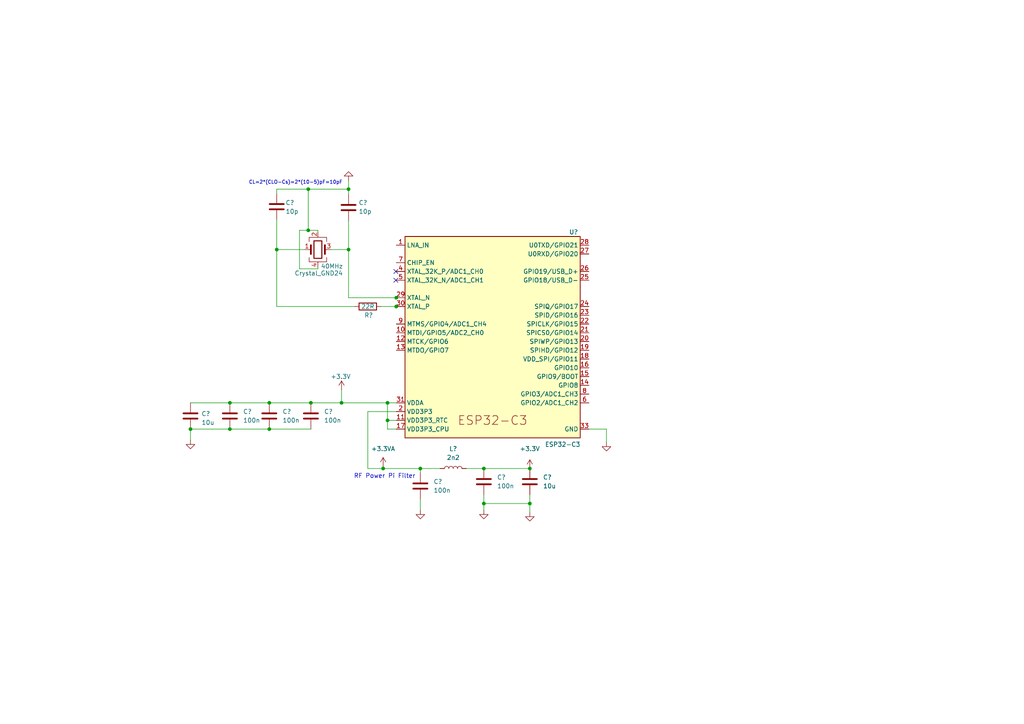
<source format=kicad_sch>
(kicad_sch (version 20211123) (generator eeschema)
  (paper "A4")
  (lib_symbols
    (symbol "Device:C" (pin_numbers hide) (pin_names (offset 0.254))
      (property "Reference" "C" (at 0.635 2.54 0))
      (property "Value" "C" (at 0.635 -2.54 0))
      (symbol "C_0_1"
        (polyline (pts (xy -2.032 -0.762) (xy 2.032 -0.762)) (stroke (width 0.508)))
        (polyline (pts (xy -2.032 0.762) (xy 2.032 0.762)) (stroke (width 0.508)))
      )
      (symbol "C_1_1"
        (pin passive line (at 0 3.81 270) (length 2.794) (name "~") (number "1"))
        (pin passive line (at 0 -3.81 90) (length 2.794) (name "~") (number "2"))
      )
    )
    (symbol "Device:Crystal_GND24" (pin_names (offset 1.016) hide)
      (property "Reference" "Y" (at 3.175 5.08 0))
      (property "Value" "Crystal_GND24" (at 3.175 3.175 0))
      (symbol "Crystal_GND24_0_1"
        (rectangle (start -1.143 2.54) (end 1.143 -2.54) (stroke (width 0.3048)))
        (polyline (pts (xy -2.54 0) (xy -2.032 0)))
        (polyline (pts (xy -2.032 -1.27) (xy -2.032 1.27)) (stroke (width 0.508)))
        (polyline (pts (xy 0 -3.81) (xy 0 -3.556)))
        (polyline (pts (xy 0 3.556) (xy 0 3.81)))
        (polyline (pts (xy 2.032 -1.27) (xy 2.032 1.27)) (stroke (width 0.508)))
        (polyline (pts (xy 2.032 0) (xy 2.54 0)))
        (polyline (pts (xy -2.54 -2.286) (xy -2.54 -3.556) (xy 2.54 -3.556) (xy 2.54 -2.286)))
        (polyline (pts (xy -2.54 2.286) (xy -2.54 3.556) (xy 2.54 3.556) (xy 2.54 2.286)))
      )
      (symbol "Crystal_GND24_1_1"
        (pin passive line (at -3.81 0 0) (length 1.27) (name "1") (number "1"))
        (pin passive line (at 0 5.08 270) (length 1.27) (name "2") (number "2"))
        (pin passive line (at 3.81 0 180) (length 1.27) (name "3") (number "3"))
        (pin passive line (at 0 -5.08 90) (length 1.27) (name "4") (number "4"))
      )
    )
    (symbol "Device:L" (pin_numbers hide) (pin_names (offset 1.016) hide)
      (property "Reference" "L" (at -1.27 0 90))
      (property "Value" "L" (at 1.905 0 90))
      (symbol "L_0_1"
        (arc (start 0 -2.54) (mid 0.635 -1.905) (end 0 -1.27))
        (arc (start 0 -1.27) (mid 0.635 -0.635) (end 0 0))
        (arc (start 0 0) (mid 0.635 0.635) (end 0 1.27))
        (arc (start 0 1.27) (mid 0.635 1.905) (end 0 2.54))
      )
      (symbol "L_1_1"
        (pin passive line (at 0 3.81 270) (length 1.27) (name "1") (number "1"))
        (pin passive line (at 0 -3.81 90) (length 1.27) (name "2") (number "2"))
      )
    )
    (symbol "Device:R" (pin_numbers hide) (pin_names (offset 0))
      (property "Reference" "R" (at 2.032 0 90))
      (property "Value" "R" (at 0 0 90))
      (symbol "R_0_1"
        (rectangle (start -1.016 -2.54) (end 1.016 2.54) (stroke (width 0.254)))
      )
      (symbol "R_1_1"
        (pin passive line (at 0 3.81 270) (length 1.27) (name "~") (number "1"))
        (pin passive line (at 0 -3.81 90) (length 1.27) (name "~") (number "2"))
      )
    )
    (symbol "Espressif:ESP32-C3"
      (property "Reference" "U" (at -25.4 35.56 0))
      (property "Value" "ESP32-C3" (at -25.4 33.02 0))
      (symbol "ESP32-C3_0_0"
        (text "ESP32-C3" (at 0 -22.86 0) (effects (font (size 2.54 2.54))))
        (pin bidirectional line (at -27.94 27.94 0) (length 2.54) (name "LNA_IN") (number "1"))
        (pin bidirectional line (at -27.94 2.54 0) (length 2.54) (name "MTDI/GPIO5/ADC2_CH0") (number "10"))
        (pin power_in line (at -27.94 -22.86 0) (length 2.54) (name "VDD3P3_RTC") (number "11"))
        (pin bidirectional line (at -27.94 0 0) (length 2.54) (name "MTCK/GPIO6") (number "12"))
        (pin bidirectional line (at -27.94 -2.54 0) (length 2.54) (name "MTDO/GPIO7") (number "13"))
        (pin bidirectional line (at 27.94 -12.7 180) (length 2.54) (name "GPIO8") (number "14"))
        (pin bidirectional line (at 27.94 -10.16 180) (length 2.54) (name "GPIO9/BOOT") (number "15"))
        (pin bidirectional line (at 27.94 -7.62 180) (length 2.54) (name "GPIO10") (number "16"))
        (pin power_in line (at -27.94 -25.4 0) (length 2.54) (name "VDD3P3_CPU") (number "17"))
        (pin bidirectional line (at 27.94 -5.08 180) (length 2.54) (name "VDD_SPI/GPIO11") (number "18"))
        (pin bidirectional line (at 27.94 -2.54 180) (length 2.54) (name "SPIHD/GPIO12") (number "19"))
        (pin power_in line (at -27.94 -20.32 0) (length 2.54) (name "VDD3P3") (number "2"))
        (pin bidirectional line (at 27.94 0 180) (length 2.54) (name "SPIWP/GPIO13") (number "20"))
        (pin bidirectional line (at 27.94 2.54 180) (length 2.54) (name "SPICS0/GPIO14") (number "21"))
        (pin bidirectional line (at 27.94 5.08 180) (length 2.54) (name "SPICLK/GPIO15") (number "22"))
        (pin bidirectional line (at 27.94 7.62 180) (length 2.54) (name "SPID/GPIO16") (number "23"))
        (pin bidirectional line (at 27.94 10.16 180) (length 2.54) (name "SPIQ/GPIO17") (number "24"))
        (pin bidirectional line (at 27.94 17.78 180) (length 2.54) (name "GPIO18/USB_D-") (number "25"))
        (pin bidirectional line (at 27.94 20.32 180) (length 2.54) (name "GPIO19/USB_D+") (number "26"))
        (pin bidirectional line (at 27.94 25.4 180) (length 2.54) (name "U0RXD/GPIO20") (number "27"))
        (pin bidirectional line (at 27.94 27.94 180) (length 2.54) (name "U0TXD/GPIO21") (number "28"))
        (pin output line (at -27.94 12.7 0) (length 2.54) (name "XTAL_N") (number "29"))
        (pin input line (at -27.94 10.16 0) (length 2.54) (name "XTAL_P") (number "30"))
        (pin power_in line (at -27.94 -17.78 0) (length 2.54) (name "VDDA") (number "31"))
        (pin power_in line (at 27.94 -25.4 180) (length 2.54) (name "GND") (number "33"))
        (pin output line (at -27.94 20.32 0) (length 2.54) (name "XTAL_32K_P/ADC1_CH0") (number "4"))
        (pin input line (at -27.94 17.78 0) (length 2.54) (name "XTAL_32K_N/ADC1_CH1") (number "5"))
        (pin bidirectional line (at 27.94 -17.78 180) (length 2.54) (name "GPIO2/ADC1_CH2") (number "6"))
        (pin input line (at -27.94 22.86 0) (length 2.54) (name "CHIP_EN") (number "7"))
        (pin bidirectional line (at 27.94 -15.24 180) (length 2.54) (name "GPIO3/ADC1_CH3") (number "8"))
        (pin bidirectional line (at -27.94 5.08 0) (length 2.54) (name "MTMS/GPIO4/ADC1_CH4") (number "9"))
      )
      (symbol "ESP32-C3_0_1"
        (rectangle (start -25.4 30.48) (end 25.4 -27.94) (stroke (width 0.254)) (fill (type background)))
        (pin passive line (at -27.94 -20.32 0) (length 2.54) hide (name "VDD3P3") (number "3"))
        (pin passive line (at -27.94 -17.78 0) (length 2.54) hide (name "VDDA") (number "32"))
      )
    )
    (symbol "power:+3.3V" (power) (pin_names (offset 0))
      (property "Value" "+3.3V" (at 0 3.556 0))
      (symbol "+3.3V_0_1"
        (polyline (pts (xy -0.762 1.27) (xy 0 2.54)))
        (polyline (pts (xy 0 0) (xy 0 2.54)))
        (polyline (pts (xy 0 2.54) (xy 0.762 1.27)))
      )
      (symbol "+3.3V_1_1"
        (pin power_in line (at 0 0 90) (length 0) hide (name "+3.3V") (number "1"))
      )
    )
    (symbol "power:+3.3VA" (power) (pin_names (offset 0))
      (property "Value" "+3.3VA" (at 0 3.556 0))
      (symbol "+3.3VA_0_1"
        (polyline (pts (xy -0.762 1.27) (xy 0 2.54)))
        (polyline (pts (xy 0 0) (xy 0 2.54)))
        (polyline (pts (xy 0 2.54) (xy 0.762 1.27)))
      )
      (symbol "+3.3VA_1_1"
        (pin power_in line (at 0 0 90) (length 0) hide (name "+3.3VA") (number "1"))
      )
    )
    (symbol "power:GND" (power) (pin_names (offset 0))
      (property "Value" "GND" (at 0 -3.81 0))
      (symbol "GND_0_1"
        (polyline (pts (xy 0 0) (xy 0 -1.27) (xy 1.27 -1.27) (xy 0 -2.54) (xy -1.27 -1.27) (xy 0 -1.27)))
      )
      (symbol "GND_1_1"
        (pin power_in line (at 0 0 270) (length 0) hide (name "GND") (number "1"))
      )
    )
  )
  (junction (at 80.264 72.39))
  (junction (at 153.67 135.89))
  (junction (at 153.67 146.05))
  (junction (at 112.395 121.92))
  (junction (at 114.935 88.9))
  (junction (at 89.408 54.864))
  (junction (at 55.245 124.46))
  (junction (at 66.675 124.46))
  (junction (at 101.092 72.39))
  (junction (at 78.105 116.84))
  (junction (at 89.408 66.802))
  (junction (at 140.335 146.05))
  (junction (at 112.395 116.84))
  (junction (at 121.92 135.89))
  (junction (at 114.935 86.36))
  (junction (at 111.125 135.89))
  (junction (at 66.675 116.84))
  (junction (at 78.105 124.46))
  (junction (at 99.06 116.84))
  (junction (at 90.17 116.84))
  (junction (at 101.092 54.864))
  (junction (at 140.335 135.89))
  (no_connect (at 114.808 78.74))
  (no_connect (at 114.808 81.28))
  (wire (pts (xy 114.935 88.9) (xy 110.49 88.9)))
  (wire (pts (xy 90.17 116.84) (xy 99.06 116.84)))
  (wire (pts (xy 112.395 121.92) (xy 112.395 124.46)))
  (wire (pts (xy 170.815 124.46) (xy 175.895 124.46)))
  (wire (pts (xy 115.062 88.9) (xy 114.935 88.9)))
  (wire (pts (xy 80.264 72.39) (xy 88.392 72.39)))
  (wire (pts (xy 114.935 86.36) (xy 101.092 86.36)))
  (wire (pts (xy 80.264 63.754) (xy 80.264 72.39)))
  (wire (pts (xy 153.67 135.89) (xy 140.335 135.89)))
  (wire (pts (xy 99.06 116.84) (xy 99.06 113.03)))
  (wire (pts (xy 80.264 54.864) (xy 89.408 54.864)))
  (wire (pts (xy 106.68 119.38) (xy 106.68 135.89)))
  (wire (pts (xy 90.17 116.84) (xy 78.105 116.84)))
  (wire (pts (xy 66.675 124.46) (xy 55.245 124.46)))
  (wire (pts (xy 114.935 116.84) (xy 112.395 116.84)))
  (wire (pts (xy 140.335 143.51) (xy 140.335 146.05)))
  (wire (pts (xy 111.125 135.89) (xy 121.92 135.89)))
  (wire (pts (xy 101.092 54.864) (xy 101.092 56.388)))
  (wire (pts (xy 86.868 66.802) (xy 86.868 77.978)))
  (wire (pts (xy 114.935 119.38) (xy 106.68 119.38)))
  (wire (pts (xy 92.202 77.978) (xy 92.202 77.47)))
  (wire (pts (xy 140.335 135.89) (xy 135.255 135.89)))
  (wire (pts (xy 153.67 146.05) (xy 153.67 148.59)))
  (wire (pts (xy 121.92 135.89) (xy 121.92 137.16)))
  (wire (pts (xy 106.68 135.89) (xy 111.125 135.89)))
  (wire (pts (xy 86.868 77.978) (xy 92.202 77.978)))
  (wire (pts (xy 101.092 72.39) (xy 101.092 86.36)))
  (wire (pts (xy 102.87 88.9) (xy 80.264 88.9)))
  (wire (pts (xy 115.062 86.36) (xy 114.935 86.36)))
  (wire (pts (xy 89.408 66.802) (xy 89.408 54.864)))
  (wire (pts (xy 92.202 66.802) (xy 89.408 66.802)))
  (wire (pts (xy 121.92 144.78) (xy 121.92 147.955)))
  (wire (pts (xy 89.408 66.802) (xy 86.868 66.802)))
  (wire (pts (xy 78.105 124.46) (xy 66.675 124.46)))
  (wire (pts (xy 89.408 54.864) (xy 101.092 54.864)))
  (wire (pts (xy 153.67 143.51) (xy 153.67 146.05)))
  (wire (pts (xy 80.264 72.39) (xy 80.264 88.9)))
  (wire (pts (xy 92.202 66.802) (xy 92.202 67.31)))
  (wire (pts (xy 80.264 56.134) (xy 80.264 54.864)))
  (wire (pts (xy 114.935 121.92) (xy 112.395 121.92)))
  (wire (pts (xy 121.92 135.89) (xy 127.635 135.89)))
  (wire (pts (xy 112.395 124.46) (xy 114.935 124.46)))
  (wire (pts (xy 55.245 116.84) (xy 66.675 116.84)))
  (wire (pts (xy 66.675 116.84) (xy 78.105 116.84)))
  (wire (pts (xy 90.17 124.46) (xy 78.105 124.46)))
  (wire (pts (xy 153.67 146.05) (xy 140.335 146.05)))
  (wire (pts (xy 101.092 64.008) (xy 101.092 72.39)))
  (wire (pts (xy 55.245 124.46) (xy 55.245 127.635)))
  (wire (pts (xy 111.125 135.89) (xy 111.125 135.255)))
  (wire (pts (xy 140.335 146.05) (xy 140.335 147.955)))
  (wire (pts (xy 175.895 124.46) (xy 175.895 128.27)))
  (wire (pts (xy 112.395 116.84) (xy 99.06 116.84)))
  (wire (pts (xy 101.092 52.324) (xy 101.092 54.864)))
  (wire (pts (xy 101.092 72.39) (xy 96.012 72.39)))
  (wire (pts (xy 112.395 116.84) (xy 112.395 121.92)))
  (text "RF Power Pi Filter" (at 102.616 138.938 0) (effects (font (size 1.27 1.27)) (justify left bottom)))
  (text "CL=2*(CLO-Cs)=2*(10-5)pF=10pF" (at 72.136 53.594 0) (effects (font (size 1 1)) (justify left bottom)))
  (symbol (lib_id "power:+3.3V") (at 153.67 135.89 0) (unit 1)
    (property "Reference" "#PWR?" (effects hide))
    (property "Value" "+3.3V" (at 153.67 130.175 0))
  )
  (symbol (lib_id "power:GND") (at 55.245 127.635 0) (unit 1)
    (property "Reference" "#PWR?" (effects hide))
    (property "Value" "GND" (effects hide))
  )
  (symbol (lib_id "Device:C") (at 78.105 120.65 0) (unit 1)
    (property "Reference" "C?" (at 81.915 119.3799 0) (effects (justify left)))
    (property "Value" "100n" (at 81.915 121.9199 0) (effects (justify left)))
  )
  (symbol (lib_id "Device:C") (at 153.67 139.7 0) (unit 1)
    (property "Reference" "C?" (at 157.48 138.4299 0) (effects (justify left)))
    (property "Value" "10u" (at 157.48 140.9699 0) (effects (justify left)))
  )
  (symbol (lib_id "Espressif:ESP32-C3") (at 142.875 99.06 0) (unit 1)
    (property "Reference" "U?" (at 166.37 67.31 0))
    (property "Value" "ESP32-C3" (at 163.195 128.905 0))
    (property "Footprint" "Package_DFN_QFN:QFN-32-1EP_5x5mm_P0.5mm_EP3.45x3.45mm" (effects hide))
    (property "Datasheet" "https://www.espressif.com/sites/default/files/documentation/esp32-c3_datasheet_en.pdf" (effects hide))
  )
  (symbol (lib_id "power:GND") (at 101.092 52.324 180) (unit 1)
    (property "Reference" "#PWR?" (effects hide))
    (property "Value" "GND" (effects hide))
  )
  (symbol (lib_id "power:GND") (at 140.335 147.955 0) (unit 1)
    (property "Reference" "#PWR?" (effects hide))
    (property "Value" "GND" (effects hide))
  )
  (symbol (lib_id "Device:Crystal_GND24") (at 92.202 72.39 0) (unit 1)
    (property "Reference" "40MHz" (at 96.266 77.216 0))
    (property "Value" "Crystal_GND24" (at 92.456 79.248 0))
  )
  (symbol (lib_id "power:GND") (at 153.67 148.59 0) (unit 1)
    (property "Reference" "#PWR?" (effects hide))
    (property "Value" "GND" (effects hide))
  )
  (symbol (lib_id "Device:C") (at 121.92 140.97 0) (unit 1)
    (property "Reference" "C?" (at 125.73 139.6999 0) (effects (justify left)))
    (property "Value" "100n" (at 125.73 142.2399 0) (effects (justify left)))
  )
  (symbol (lib_id "Device:R") (at 106.68 88.9 90) (unit 1)
    (property "Reference" "R?" (at 106.934 91.44 90))
    (property "Value" "22R" (at 106.68 88.9 90))
  )
  (symbol (lib_id "power:GND") (at 121.92 147.955 0) (unit 1)
    (property "Reference" "#PWR?" (effects hide))
    (property "Value" "GND" (effects hide))
  )
  (symbol (lib_id "Device:C") (at 90.17 120.65 0) (unit 1)
    (property "Reference" "C?" (at 93.98 119.3799 0) (effects (justify left)))
    (property "Value" "100n" (at 93.98 121.9199 0) (effects (justify left)))
  )
  (symbol (lib_id "power:GND") (at 175.895 128.27 0) (unit 1)
    (property "Reference" "#PWR?" (effects hide))
    (property "Value" "GND" (effects hide))
  )
  (symbol (lib_id "power:+3.3VA") (at 111.125 135.255 0) (unit 1)
    (property "Reference" "#PWR?" (effects hide))
    (property "Value" "+3.3VA" (at 111.125 130.175 0))
  )
  (symbol (lib_id "Device:C") (at 55.245 120.65 0) (unit 1)
    (property "Reference" "C?" (at 58.42 120.0149 0) (effects (justify left)))
    (property "Value" "10u" (at 58.42 122.5549 0) (effects (justify left)))
  )
  (symbol (lib_id "Device:C") (at 140.335 139.7 0) (unit 1)
    (property "Reference" "C?" (at 144.145 138.4299 0) (effects (justify left)))
    (property "Value" "100n" (at 144.145 140.9699 0) (effects (justify left)))
  )
  (symbol (lib_id "Device:C") (at 101.092 60.198 0) (unit 1)
    (property "Reference" "C?" (at 104.013 58.801 0) (effects (justify left)))
    (property "Value" "10p" (at 104.013 61.341 0) (effects (justify left)))
  )
  (symbol (lib_id "Device:L") (at 131.445 135.89 90) (unit 1)
    (property "Reference" "L?" (at 131.445 130.175 90))
    (property "Value" "2n2" (at 131.445 132.715 90))
  )
  (symbol (lib_id "power:+3.3V") (at 99.06 113.03 0) (unit 1)
    (property "Reference" "#PWR?" (effects hide))
    (property "Value" "+3.3V" (at 98.806 109.22 0))
  )
  (symbol (lib_id "Device:C") (at 66.675 120.65 0) (unit 1)
    (property "Reference" "C?" (at 70.485 119.3799 0) (effects (justify left)))
    (property "Value" "100n" (at 70.485 121.9199 0) (effects (justify left)))
  )
  (symbol (lib_id "Device:C") (at 80.264 59.944 0) (unit 1)
    (property "Reference" "C?" (at 82.804 58.801 0) (effects (justify left)))
    (property "Value" "10p" (at 82.804 61.341 0) (effects (justify left)))
  )
)
</source>
